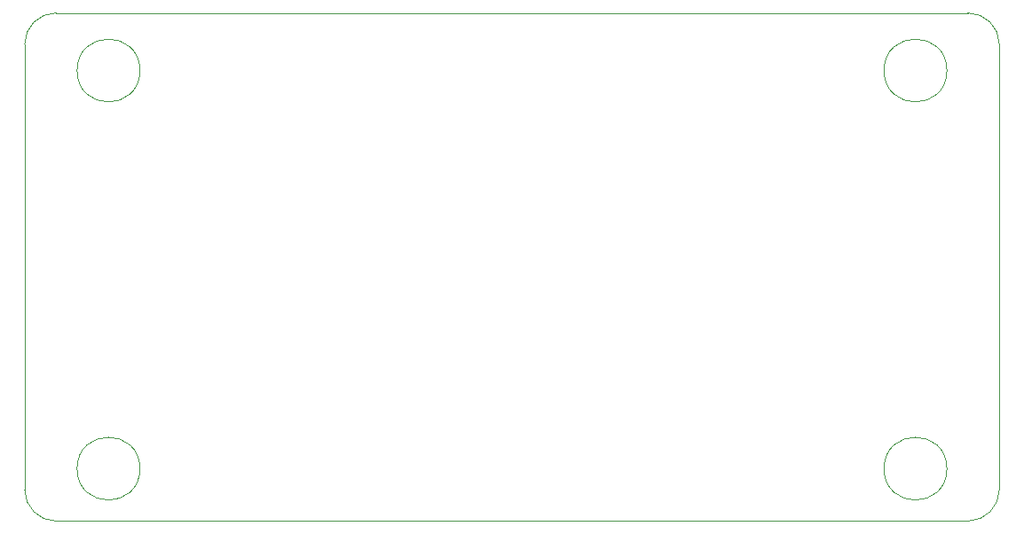
<source format=gm1>
%TF.GenerationSoftware,KiCad,Pcbnew,9.0.0*%
%TF.CreationDate,2025-03-10T12:33:28+01:00*%
%TF.ProjectId,project git rev,70726f6a-6563-4742-9067-697420726576,rev?*%
%TF.SameCoordinates,Original*%
%TF.FileFunction,Profile,NP*%
%FSLAX46Y46*%
G04 Gerber Fmt 4.6, Leading zero omitted, Abs format (unit mm)*
G04 Created by KiCad (PCBNEW 9.0.0) date 2025-03-10 12:33:28*
%MOMM*%
%LPD*%
G01*
G04 APERTURE LIST*
%TA.AperFunction,Profile*%
%ADD10C,0.050000*%
%TD*%
G04 APERTURE END LIST*
D10*
X201000000Y-76500000D02*
X114000000Y-76500000D01*
X201000000Y-76500000D02*
G75*
G02*
X204000000Y-79500000I0J-3000000D01*
G01*
X199000000Y-120000000D02*
G75*
G02*
X193000000Y-120000000I-3000000J0D01*
G01*
X193000000Y-120000000D02*
G75*
G02*
X199000000Y-120000000I3000000J0D01*
G01*
X114000000Y-125000000D02*
G75*
G02*
X111000000Y-122000000I0J3000000D01*
G01*
X204000000Y-122000000D02*
X204000000Y-79500000D01*
X199000000Y-82000000D02*
G75*
G02*
X193000000Y-82000000I-3000000J0D01*
G01*
X193000000Y-82000000D02*
G75*
G02*
X199000000Y-82000000I3000000J0D01*
G01*
X111000000Y-79500000D02*
X111000000Y-122000000D01*
X114000000Y-125000000D02*
X201000000Y-125000000D01*
X204000000Y-122000000D02*
G75*
G02*
X201000000Y-125000000I-3000000J0D01*
G01*
X122000000Y-120000000D02*
G75*
G02*
X116000000Y-120000000I-3000000J0D01*
G01*
X116000000Y-120000000D02*
G75*
G02*
X122000000Y-120000000I3000000J0D01*
G01*
X122000000Y-82000000D02*
G75*
G02*
X116000000Y-82000000I-3000000J0D01*
G01*
X116000000Y-82000000D02*
G75*
G02*
X122000000Y-82000000I3000000J0D01*
G01*
X111000000Y-79500000D02*
G75*
G02*
X114000000Y-76500000I3000000J0D01*
G01*
M02*

</source>
